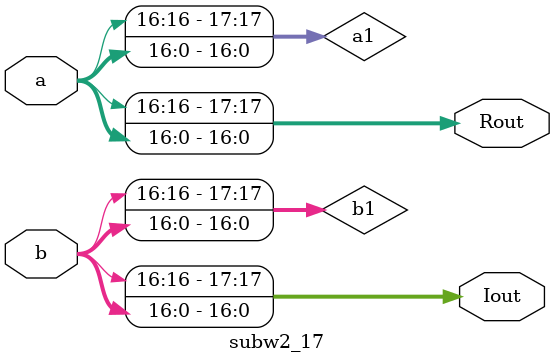
<source format=v>
`timescale 1ns / 1ps


module subw2_17(a,b,Rout,Iout); 
input[16:0] a,b; 
output[17:0] Rout,Iout; 
reg[17:0] Rout,Iout; 
wire[17:0] a1={a[16],a[16:0]}; 
wire[17:0] b1={b[16],b[16:0]}; 
always @(a1 or b1) 
begin 
 Rout = a1; 
 Iout = b1; 
end 
endmodule

</source>
